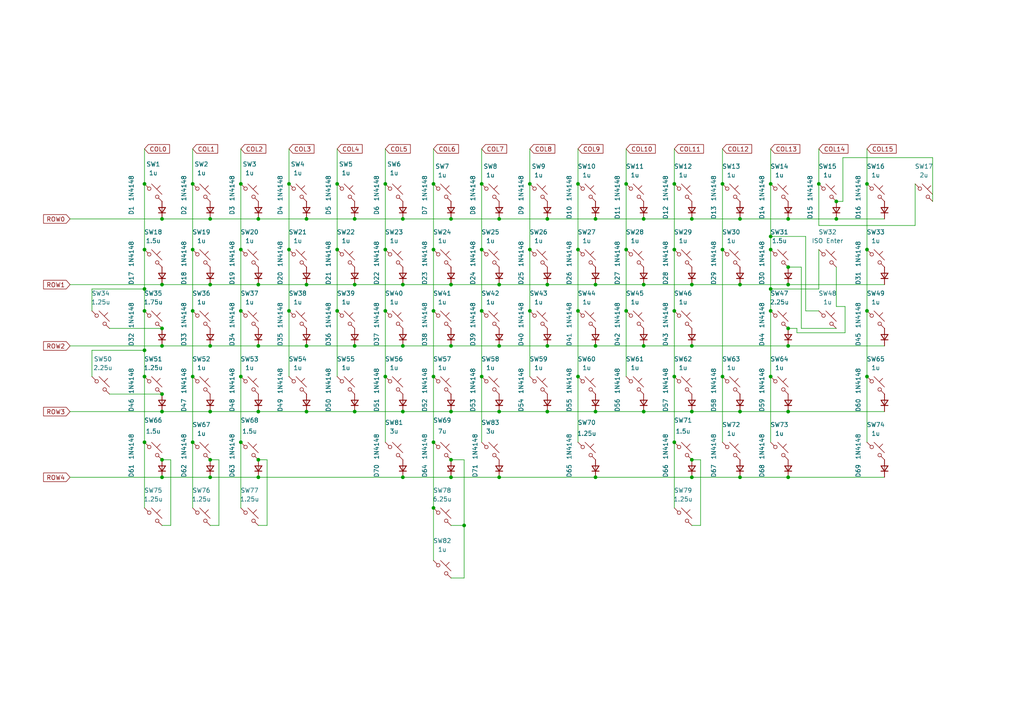
<source format=kicad_sch>
(kicad_sch (version 20211123) (generator eeschema)
  (paper "A4")
  (junction (at 55.88 128.27))
  (junction (at 153.67 53.34))
  (junction (at 69.85 109.22))
  (junction (at 223.52 90.17))
  (junction (at 130.81 133.35))
  (junction (at 144.78 119.38))
  (junction (at 125.73 72.39))
  (junction (at 251.46 109.22))
  (junction (at 139.7 109.22))
  (junction (at 74.93 119.38))
  (junction (at 55.88 53.34))
  (junction (at 209.55 53.34))
  (junction (at 41.91 53.34))
  (junction (at 195.58 109.22))
  (junction (at 46.99 119.38))
  (junction (at 172.72 82.55))
  (junction (at 200.66 138.43))
  (junction (at 130.81 63.5))
  (junction (at 153.67 90.17))
  (junction (at 144.78 100.33))
  (junction (at 41.91 109.22))
  (junction (at 214.63 138.43))
  (junction (at 228.6 119.38))
  (junction (at 200.66 100.33))
  (junction (at 181.61 90.17))
  (junction (at 200.66 63.5))
  (junction (at 195.58 90.17))
  (junction (at 228.6 82.55))
  (junction (at 46.99 138.43))
  (junction (at 172.72 63.5))
  (junction (at 69.85 72.39))
  (junction (at 60.96 119.38))
  (junction (at 251.46 53.34))
  (junction (at 46.99 133.35))
  (junction (at 111.76 72.39))
  (junction (at 46.99 63.5))
  (junction (at 41.91 90.17))
  (junction (at 144.78 82.55))
  (junction (at 74.93 133.35))
  (junction (at 181.61 53.34))
  (junction (at 195.58 128.27))
  (junction (at 144.78 63.5))
  (junction (at 88.9 100.33))
  (junction (at 139.7 90.17))
  (junction (at 69.85 53.34))
  (junction (at 214.63 82.55))
  (junction (at 46.99 100.33))
  (junction (at 172.72 138.43))
  (junction (at 74.93 138.43))
  (junction (at 223.52 53.34))
  (junction (at 214.63 63.5))
  (junction (at 55.88 109.22))
  (junction (at 228.6 100.33))
  (junction (at 228.6 63.5))
  (junction (at 195.58 53.34))
  (junction (at 83.82 53.34))
  (junction (at 97.79 53.34))
  (junction (at 130.81 82.55))
  (junction (at 116.84 119.38))
  (junction (at 223.52 72.39))
  (junction (at 167.64 72.39))
  (junction (at 83.82 90.17))
  (junction (at 251.46 72.39))
  (junction (at 130.81 100.33))
  (junction (at 55.88 72.39))
  (junction (at 46.99 95.25))
  (junction (at 102.87 63.5))
  (junction (at 55.88 90.17))
  (junction (at 195.58 72.39))
  (junction (at 214.63 119.38))
  (junction (at 69.85 90.17))
  (junction (at 74.93 82.55))
  (junction (at 60.96 63.5))
  (junction (at 200.66 82.55))
  (junction (at 88.9 119.38))
  (junction (at 172.72 100.33))
  (junction (at 102.87 100.33))
  (junction (at 223.52 83.82))
  (junction (at 228.6 95.25))
  (junction (at 74.93 100.33))
  (junction (at 130.81 119.38))
  (junction (at 46.99 82.55))
  (junction (at 167.64 53.34))
  (junction (at 223.52 68.58))
  (junction (at 116.84 63.5))
  (junction (at 228.6 77.47))
  (junction (at 130.81 138.43))
  (junction (at 144.78 138.43))
  (junction (at 158.75 119.38))
  (junction (at 186.69 82.55))
  (junction (at 111.76 109.22))
  (junction (at 41.91 72.39))
  (junction (at 116.84 100.33))
  (junction (at 88.9 63.5))
  (junction (at 83.82 72.39))
  (junction (at 209.55 109.22))
  (junction (at 116.84 82.55))
  (junction (at 186.69 63.5))
  (junction (at 223.52 109.22))
  (junction (at 186.69 119.38))
  (junction (at 158.75 63.5))
  (junction (at 242.57 58.42))
  (junction (at 125.73 128.27))
  (junction (at 102.87 119.38))
  (junction (at 125.73 53.34))
  (junction (at 172.72 119.38))
  (junction (at 181.61 72.39))
  (junction (at 116.84 138.43))
  (junction (at 139.7 72.39))
  (junction (at 60.96 138.43))
  (junction (at 125.73 90.17))
  (junction (at 209.55 72.39))
  (junction (at 41.91 128.27))
  (junction (at 139.7 53.34))
  (junction (at 200.66 133.35))
  (junction (at 125.73 109.22))
  (junction (at 41.91 101.6))
  (junction (at 46.99 114.3))
  (junction (at 111.76 90.17))
  (junction (at 41.91 83.82))
  (junction (at 228.6 138.43))
  (junction (at 242.57 63.5))
  (junction (at 69.85 128.27))
  (junction (at 200.66 119.38))
  (junction (at 158.75 100.33))
  (junction (at 158.75 82.55))
  (junction (at 125.73 147.32))
  (junction (at 186.69 100.33))
  (junction (at 60.96 133.35))
  (junction (at 74.93 63.5))
  (junction (at 251.46 90.17))
  (junction (at 237.49 53.34))
  (junction (at 97.79 90.17))
  (junction (at 153.67 72.39))
  (junction (at 88.9 82.55))
  (junction (at 102.87 82.55))
  (junction (at 60.96 82.55))
  (junction (at 111.76 53.34))
  (junction (at 97.79 72.39))
  (junction (at 134.62 152.4))
  (junction (at 167.64 90.17))
  (junction (at 60.96 100.33))
  (junction (at 167.64 109.22))
  (wire (pts (xy 60.96 138.43) (xy 74.93 138.43)))
  (wire (pts (xy 102.87 82.55) (xy 116.84 82.55)))
  (wire (pts (xy 203.2 152.4) (xy 203.2 133.35)))
  (wire (pts (xy 233.68 68.58) (xy 223.52 68.58)))
  (wire (pts (xy 41.91 101.6) (xy 41.91 109.22)))
  (wire (pts (xy 232.41 77.47) (xy 228.6 77.47)))
  (wire (pts (xy 46.99 138.43) (xy 60.96 138.43)))
  (wire (pts (xy 31.75 95.25) (xy 46.99 95.25)))
  (wire (pts (xy 41.91 90.17) (xy 41.91 101.6)))
  (wire (pts (xy 116.84 138.43) (xy 130.81 138.43)))
  (wire (pts (xy 55.88 53.34) (xy 55.88 72.39)))
  (wire (pts (xy 223.52 68.58) (xy 223.52 72.39)))
  (wire (pts (xy 26.67 109.22) (xy 26.67 101.6)))
  (wire (pts (xy 125.73 53.34) (xy 125.73 72.39)))
  (wire (pts (xy 172.72 100.33) (xy 186.69 100.33)))
  (wire (pts (xy 167.64 90.17) (xy 167.64 109.22)))
  (wire (pts (xy 209.55 43.18) (xy 209.55 53.34)))
  (wire (pts (xy 77.47 152.4) (xy 77.47 133.35)))
  (wire (pts (xy 46.99 82.55) (xy 60.96 82.55)))
  (wire (pts (xy 97.79 53.34) (xy 97.79 72.39)))
  (wire (pts (xy 41.91 43.18) (xy 41.91 53.34)))
  (wire (pts (xy 41.91 53.34) (xy 41.91 72.39)))
  (wire (pts (xy 139.7 43.18) (xy 139.7 53.34)))
  (wire (pts (xy 223.52 43.18) (xy 223.52 53.34)))
  (wire (pts (xy 102.87 119.38) (xy 116.84 119.38)))
  (wire (pts (xy 158.75 100.33) (xy 172.72 100.33)))
  (wire (pts (xy 69.85 72.39) (xy 69.85 90.17)))
  (wire (pts (xy 49.53 133.35) (xy 46.99 133.35)))
  (wire (pts (xy 69.85 53.34) (xy 69.85 72.39)))
  (wire (pts (xy 214.63 63.5) (xy 228.6 63.5)))
  (wire (pts (xy 74.93 100.33) (xy 88.9 100.33)))
  (wire (pts (xy 83.82 53.34) (xy 83.82 72.39)))
  (wire (pts (xy 237.49 53.34) (xy 237.49 65.405)))
  (wire (pts (xy 172.72 138.43) (xy 200.66 138.43)))
  (wire (pts (xy 139.7 109.22) (xy 139.7 128.27)))
  (wire (pts (xy 125.73 128.27) (xy 125.73 147.32)))
  (wire (pts (xy 228.6 138.43) (xy 256.54 138.43)))
  (wire (pts (xy 228.6 82.55) (xy 256.54 82.55)))
  (wire (pts (xy 195.58 72.39) (xy 195.58 90.17)))
  (wire (pts (xy 270.51 45.72) (xy 244.475 45.72)))
  (wire (pts (xy 74.93 119.38) (xy 88.9 119.38)))
  (wire (pts (xy 83.82 43.18) (xy 83.82 53.34)))
  (wire (pts (xy 209.55 109.22) (xy 209.55 128.27)))
  (wire (pts (xy 60.96 152.4) (xy 63.5 152.4)))
  (wire (pts (xy 172.72 82.55) (xy 186.69 82.55)))
  (wire (pts (xy 69.85 128.27) (xy 69.85 147.32)))
  (wire (pts (xy 200.66 100.33) (xy 228.6 100.33)))
  (wire (pts (xy 144.78 119.38) (xy 158.75 119.38)))
  (wire (pts (xy 88.9 63.5) (xy 102.87 63.5)))
  (wire (pts (xy 167.64 109.22) (xy 167.64 128.27)))
  (wire (pts (xy 46.99 152.4) (xy 49.53 152.4)))
  (wire (pts (xy 200.66 82.55) (xy 214.63 82.55)))
  (wire (pts (xy 167.64 72.39) (xy 167.64 90.17)))
  (wire (pts (xy 102.87 100.33) (xy 116.84 100.33)))
  (wire (pts (xy 63.5 152.4) (xy 63.5 133.35)))
  (wire (pts (xy 83.82 90.17) (xy 83.82 109.22)))
  (wire (pts (xy 172.72 119.38) (xy 186.69 119.38)))
  (wire (pts (xy 116.84 63.5) (xy 130.81 63.5)))
  (wire (pts (xy 172.72 63.5) (xy 186.69 63.5)))
  (wire (pts (xy 130.81 167.64) (xy 134.62 167.64)))
  (wire (pts (xy 209.55 53.34) (xy 209.55 72.39)))
  (wire (pts (xy 153.67 43.18) (xy 153.67 53.34)))
  (wire (pts (xy 139.7 53.34) (xy 139.7 72.39)))
  (wire (pts (xy 251.46 53.34) (xy 251.46 72.39)))
  (wire (pts (xy 125.73 43.18) (xy 125.73 53.34)))
  (wire (pts (xy 144.78 138.43) (xy 172.72 138.43)))
  (wire (pts (xy 139.7 90.17) (xy 139.7 109.22)))
  (wire (pts (xy 41.91 72.39) (xy 41.91 83.82)))
  (wire (pts (xy 186.69 82.55) (xy 200.66 82.55)))
  (wire (pts (xy 237.49 90.17) (xy 233.68 90.17)))
  (wire (pts (xy 233.68 68.58) (xy 233.68 90.17)))
  (wire (pts (xy 200.66 119.38) (xy 214.63 119.38)))
  (wire (pts (xy 46.99 100.33) (xy 60.96 100.33)))
  (wire (pts (xy 181.61 90.17) (xy 181.61 109.22)))
  (wire (pts (xy 251.46 72.39) (xy 251.46 90.17)))
  (wire (pts (xy 223.52 90.17) (xy 223.52 109.22)))
  (wire (pts (xy 209.55 72.39) (xy 209.55 109.22)))
  (wire (pts (xy 130.81 119.38) (xy 144.78 119.38)))
  (wire (pts (xy 144.78 82.55) (xy 158.75 82.55)))
  (wire (pts (xy 195.58 128.27) (xy 195.58 147.32)))
  (wire (pts (xy 116.84 119.38) (xy 130.81 119.38)))
  (wire (pts (xy 153.67 72.39) (xy 153.67 90.17)))
  (wire (pts (xy 195.58 53.34) (xy 195.58 72.39)))
  (wire (pts (xy 125.73 90.17) (xy 125.73 109.22)))
  (wire (pts (xy 181.61 72.39) (xy 181.61 90.17)))
  (wire (pts (xy 69.85 109.22) (xy 69.85 128.27)))
  (wire (pts (xy 26.67 101.6) (xy 41.91 101.6)))
  (wire (pts (xy 88.9 100.33) (xy 102.87 100.33)))
  (wire (pts (xy 46.99 119.38) (xy 60.96 119.38)))
  (wire (pts (xy 251.46 109.22) (xy 251.46 128.27)))
  (wire (pts (xy 181.61 43.18) (xy 181.61 53.34)))
  (wire (pts (xy 144.78 63.5) (xy 158.75 63.5)))
  (wire (pts (xy 130.81 63.5) (xy 144.78 63.5)))
  (wire (pts (xy 195.58 43.18) (xy 195.58 53.34)))
  (wire (pts (xy 181.61 53.34) (xy 181.61 72.39)))
  (wire (pts (xy 167.64 53.34) (xy 167.64 72.39)))
  (wire (pts (xy 134.62 133.35) (xy 130.81 133.35)))
  (wire (pts (xy 244.475 58.42) (xy 242.57 58.42)))
  (wire (pts (xy 158.75 82.55) (xy 172.72 82.55)))
  (wire (pts (xy 242.57 77.47) (xy 242.57 88.9)))
  (wire (pts (xy 111.76 72.39) (xy 111.76 90.17)))
  (wire (pts (xy 228.6 63.5) (xy 242.57 63.5)))
  (wire (pts (xy 167.64 43.18) (xy 167.64 53.34)))
  (wire (pts (xy 195.58 109.22) (xy 195.58 128.27)))
  (wire (pts (xy 60.96 100.33) (xy 74.93 100.33)))
  (wire (pts (xy 77.47 133.35) (xy 74.93 133.35)))
  (wire (pts (xy 125.73 147.32) (xy 125.73 162.56)))
  (wire (pts (xy 245.11 96.52) (xy 231.14 96.52)))
  (wire (pts (xy 130.81 152.4) (xy 134.62 152.4)))
  (wire (pts (xy 251.46 90.17) (xy 251.46 109.22)))
  (wire (pts (xy 83.82 72.39) (xy 83.82 90.17)))
  (wire (pts (xy 97.79 43.18) (xy 97.79 53.34)))
  (wire (pts (xy 125.73 72.39) (xy 125.73 90.17)))
  (wire (pts (xy 242.57 63.5) (xy 256.54 63.5)))
  (wire (pts (xy 20.32 82.55) (xy 46.99 82.55)))
  (wire (pts (xy 237.49 43.18) (xy 237.49 53.34)))
  (wire (pts (xy 55.88 72.39) (xy 55.88 90.17)))
  (wire (pts (xy 20.32 138.43) (xy 46.99 138.43)))
  (wire (pts (xy 186.69 63.5) (xy 200.66 63.5)))
  (wire (pts (xy 74.93 152.4) (xy 77.47 152.4)))
  (wire (pts (xy 144.78 100.33) (xy 158.75 100.33)))
  (wire (pts (xy 139.7 72.39) (xy 139.7 90.17)))
  (wire (pts (xy 46.99 63.5) (xy 60.96 63.5)))
  (wire (pts (xy 74.93 63.5) (xy 88.9 63.5)))
  (wire (pts (xy 20.32 100.33) (xy 46.99 100.33)))
  (wire (pts (xy 242.57 88.9) (xy 245.11 88.9)))
  (wire (pts (xy 265.43 65.405) (xy 265.43 53.34)))
  (wire (pts (xy 186.69 100.33) (xy 200.66 100.33)))
  (wire (pts (xy 116.84 100.33) (xy 130.81 100.33)))
  (wire (pts (xy 88.9 119.38) (xy 102.87 119.38)))
  (wire (pts (xy 153.67 90.17) (xy 153.67 109.22)))
  (wire (pts (xy 60.96 119.38) (xy 74.93 119.38)))
  (wire (pts (xy 69.85 43.18) (xy 69.85 53.34)))
  (wire (pts (xy 49.53 152.4) (xy 49.53 133.35)))
  (wire (pts (xy 270.51 45.72) (xy 270.51 58.42)))
  (wire (pts (xy 60.96 133.35) (xy 63.5 133.35)))
  (wire (pts (xy 223.52 109.22) (xy 223.52 128.27)))
  (wire (pts (xy 31.75 114.3) (xy 46.99 114.3)))
  (wire (pts (xy 55.88 128.27) (xy 55.88 147.32)))
  (wire (pts (xy 158.75 63.5) (xy 172.72 63.5)))
  (wire (pts (xy 88.9 82.55) (xy 102.87 82.55)))
  (wire (pts (xy 41.91 109.22) (xy 41.91 128.27)))
  (wire (pts (xy 134.62 167.64) (xy 134.62 152.4)))
  (wire (pts (xy 237.49 72.39) (xy 237.49 83.82)))
  (wire (pts (xy 228.6 100.33) (xy 256.54 100.33)))
  (wire (pts (xy 242.57 95.25) (xy 232.41 95.25)))
  (wire (pts (xy 60.96 63.5) (xy 74.93 63.5)))
  (wire (pts (xy 41.91 83.82) (xy 41.91 90.17)))
  (wire (pts (xy 55.88 43.18) (xy 55.88 53.34)))
  (wire (pts (xy 134.62 152.4) (xy 134.62 133.35)))
  (wire (pts (xy 20.32 63.5) (xy 46.99 63.5)))
  (wire (pts (xy 26.67 90.17) (xy 26.67 83.82)))
  (wire (pts (xy 116.84 82.55) (xy 130.81 82.55)))
  (wire (pts (xy 111.76 109.22) (xy 111.76 128.27)))
  (wire (pts (xy 214.63 119.38) (xy 228.6 119.38)))
  (wire (pts (xy 251.46 43.18) (xy 251.46 53.34)))
  (wire (pts (xy 74.93 82.55) (xy 88.9 82.55)))
  (wire (pts (xy 20.32 119.38) (xy 46.99 119.38)))
  (wire (pts (xy 244.475 45.72) (xy 244.475 58.42)))
  (wire (pts (xy 130.81 138.43) (xy 144.78 138.43)))
  (wire (pts (xy 195.58 90.17) (xy 195.58 109.22)))
  (wire (pts (xy 245.11 88.9) (xy 245.11 96.52)))
  (wire (pts (xy 223.52 83.82) (xy 223.52 90.17)))
  (wire (pts (xy 223.52 72.39) (xy 223.52 83.82)))
  (wire (pts (xy 125.73 109.22) (xy 125.73 128.27)))
  (wire (pts (xy 232.41 77.47) (xy 232.41 95.25)))
  (wire (pts (xy 60.96 82.55) (xy 74.93 82.55)))
  (wire (pts (xy 74.93 138.43) (xy 116.84 138.43)))
  (wire (pts (xy 237.49 83.82) (xy 223.52 83.82)))
  (wire (pts (xy 111.76 43.18) (xy 111.76 53.34)))
  (wire (pts (xy 130.81 82.55) (xy 144.78 82.55)))
  (wire (pts (xy 231.14 95.25) (xy 228.6 95.25)))
  (wire (pts (xy 203.2 133.35) (xy 200.66 133.35)))
  (wire (pts (xy 200.66 138.43) (xy 214.63 138.43)))
  (wire (pts (xy 231.14 96.52) (xy 231.14 95.25)))
  (wire (pts (xy 26.67 83.82) (xy 41.91 83.82)))
  (wire (pts (xy 200.66 152.4) (xy 203.2 152.4)))
  (wire (pts (xy 223.52 53.34) (xy 223.52 68.58)))
  (wire (pts (xy 97.79 72.39) (xy 97.79 90.17)))
  (wire (pts (xy 41.91 128.27) (xy 41.91 147.32)))
  (wire (pts (xy 55.88 109.22) (xy 55.88 128.27)))
  (wire (pts (xy 237.49 65.405) (xy 265.43 65.405)))
  (wire (pts (xy 111.76 90.17) (xy 111.76 109.22)))
  (wire (pts (xy 214.63 138.43) (xy 228.6 138.43)))
  (wire (pts (xy 97.79 90.17) (xy 97.79 109.22)))
  (wire (pts (xy 55.88 90.17) (xy 55.88 109.22)))
  (wire (pts (xy 158.75 119.38) (xy 172.72 119.38)))
  (wire (pts (xy 111.76 53.34) (xy 111.76 72.39)))
  (wire (pts (xy 69.85 90.17) (xy 69.85 109.22)))
  (wire (pts (xy 153.67 53.34) (xy 153.67 72.39)))
  (wire (pts (xy 200.66 63.5) (xy 214.63 63.5)))
  (wire (pts (xy 130.81 100.33) (xy 144.78 100.33)))
  (wire (pts (xy 228.6 119.38) (xy 256.54 119.38)))
  (wire (pts (xy 214.63 82.55) (xy 228.6 82.55)))
  (wire (pts (xy 186.69 119.38) (xy 200.66 119.38)))
  (wire (pts (xy 102.87 63.5) (xy 116.84 63.5)))
  (global_label "COL6" (shape input) (at 125.73 43.18 0) (property "Intersheet References" "${INTERSHEET_REFS}" (effects hide)))
  (global_label "COL3" (shape input) (at 83.82 43.18 0) (property "Intersheet References" "${INTERSHEET_REFS}" (effects hide)))
  (global_label "ROW0" (shape input) (at 20.32 63.5 180) (property "Intersheet References" "${INTERSHEET_REFS}" (effects hide)))
  (global_label "ROW3" (shape input) (at 20.32 119.38 180) (property "Intersheet References" "${INTERSHEET_REFS}" (effects hide)))
  (global_label "ROW2" (shape input) (at 20.32 100.33 180) (property "Intersheet References" "${INTERSHEET_REFS}" (effects hide)))
  (global_label "COL15" (shape input) (at 251.46 43.18 0) (property "Intersheet References" "${INTERSHEET_REFS}" (effects hide)))
  (global_label "COL1" (shape input) (at 55.88 43.18 0) (property "Intersheet References" "${INTERSHEET_REFS}" (effects hide)))
  (global_label "COL2" (shape input) (at 69.85 43.18 0) (property "Intersheet References" "${INTERSHEET_REFS}" (effects hide)))
  (global_label "COL8" (shape input) (at 153.67 43.18 0) (property "Intersheet References" "${INTERSHEET_REFS}" (effects hide)))
  (global_label "COL0" (shape input) (at 41.91 43.18 0) (property "Intersheet References" "${INTERSHEET_REFS}" (effects hide)))
  (global_label "COL12" (shape input) (at 209.55 43.18 0) (property "Intersheet References" "${INTERSHEET_REFS}" (effects hide)))
  (global_label "ROW4" (shape input) (at 20.32 138.43 180) (property "Intersheet References" "${INTERSHEET_REFS}" (effects hide)))
  (global_label "COL10" (shape input) (at 181.61 43.18 0) (property "Intersheet References" "${INTERSHEET_REFS}" (effects hide)))
  (global_label "COL4" (shape input) (at 97.79 43.18 0) (property "Intersheet References" "${INTERSHEET_REFS}" (effects hide)))
  (global_label "COL7" (shape input) (at 139.7 43.18 0) (property "Intersheet References" "${INTERSHEET_REFS}" (effects hide)))
  (global_label "COL9" (shape input) (at 167.64 43.18 0) (property "Intersheet References" "${INTERSHEET_REFS}" (effects hide)))
  (global_label "COL13" (shape input) (at 223.52 43.18 0) (property "Intersheet References" "${INTERSHEET_REFS}" (effects hide)))
  (global_label "ROW1" (shape input) (at 20.32 82.55 180) (property "Intersheet References" "${INTERSHEET_REFS}" (effects hide)))
  (global_label "COL5" (shape input) (at 111.76 43.18 0) (property "Intersheet References" "${INTERSHEET_REFS}" (effects hide)))
  (global_label "COL11" (shape input) (at 195.58 43.18 0) (property "Intersheet References" "${INTERSHEET_REFS}" (effects hide)))
  (global_label "COL14" (shape input) (at 237.49 43.18 0) (property "Intersheet References" "${INTERSHEET_REFS}" (effects hide)))
  (symbol (lib_id "marbastlib-mx:MX_SW_solder") (at 100.33 74.93 0) (unit 1)
    (property "Reference" "SW22" (at 100.33 67.31 0))
    (property "Value" "1u" (at 100.33 69.85 0))
    (property "Footprint" "marbastlib-mx:SW_MX_1u" (effects hide))
  )
  (symbol (lib_id "Device:D_Small") (at 214.63 60.96 90) (unit 1)
    (property "Reference" "D13" (at 207.01 59.69 0) (effects (justify right)))
    (property "Value" "1N4148" (at 207.01 50.8 0) (effects (justify right)))
    (property "Footprint" "Diode_SMD:D_SOD-123" (effects hide))
  )
  (symbol (lib_id "Device:D_Small") (at 88.9 60.96 90) (unit 1)
    (property "Reference" "D4" (at 81.28 59.69 0) (effects (justify right)))
    (property "Value" "1N4148" (at 81.28 50.8 0) (effects (justify right)))
    (property "Footprint" "Diode_SMD:D_SOD-123" (effects hide))
  )
  (symbol (lib_id "Device:D_Small") (at 46.99 135.89 90) (unit 1)
    (property "Reference" "D61" (at 38.1 134.62 0) (effects (justify right)))
    (property "Value" "1N4148" (at 38.1 125.73 0) (effects (justify right)))
    (property "Footprint" "Diode_SMD:D_SOD-123" (effects hide))
  )
  (symbol (lib_id "marbastlib-mx:MX_SW_solder") (at 156.21 92.71 0) (unit 1)
    (property "Reference" "SW43" (at 156.21 85.09 0))
    (property "Value" "1u" (at 156.21 87.63 0))
    (property "Footprint" "marbastlib-mx:SW_MX_1u" (effects hide))
  )
  (symbol (lib_id "marbastlib-mx:MX_SW_solder") (at 170.18 74.93 0) (unit 1)
    (property "Reference" "SW27" (at 170.18 67.31 0))
    (property "Value" "1u" (at 170.18 69.85 0))
    (property "Footprint" "marbastlib-mx:SW_MX_1u" (effects hide))
  )
  (symbol (lib_id "marbastlib-mx:MX_SW_solder") (at 128.27 130.81 0) (unit 1)
    (property "Reference" "SW69" (at 128.27 121.92 0))
    (property "Value" "7u" (at 128.27 125.095 0))
    (property "Footprint" "marbastlib-mx:SW_MX_1u" (effects hide))
  )
  (symbol (lib_id "marbastlib-mx:MX_SW_solder") (at 226.06 92.71 0) (unit 1)
    (property "Reference" "SW47" (at 226.06 85.09 0))
    (property "Value" "2.25u" (at 226.06 87.63 0))
    (property "Footprint" "marbastlib-mx:SW_MX_1u" (effects hide))
  )
  (symbol (lib_id "Device:D_Small") (at 74.93 80.01 90) (unit 1)
    (property "Reference" "D19" (at 67.31 78.74 0) (effects (justify right)))
    (property "Value" "1N4148" (at 67.3101 69.85 0) (effects (justify right)))
    (property "Footprint" "Diode_SMD:D_SOD-123" (effects hide))
  )
  (symbol (lib_id "marbastlib-mx:MX_SW_solder") (at 254 55.88 0) (unit 1)
    (property "Reference" "SW16" (at 254 48.26 0))
    (property "Value" "1u" (at 254 50.8 0))
    (property "Footprint" "marbastlib-mx:SW_MX_1u" (effects hide))
  )
  (symbol (lib_id "Device:D_Small") (at 60.96 135.89 90) (unit 1)
    (property "Reference" "D62" (at 53.34 134.62 0) (effects (justify right)))
    (property "Value" "1N4148" (at 53.34 125.73 0) (effects (justify right)))
    (property "Footprint" "Diode_SMD:D_SOD-123" (effects hide))
  )
  (symbol (lib_id "Device:D_Small") (at 200.66 116.84 90) (unit 1)
    (property "Reference" "D57" (at 193.04 115.57 0) (effects (justify right)))
    (property "Value" "1N4148" (at 193.04 106.68 0) (effects (justify right)))
    (property "Footprint" "Diode_SMD:D_SOD-123" (effects hide))
  )
  (symbol (lib_id "Device:D_Small") (at 256.54 60.96 90) (unit 1)
    (property "Reference" "D16" (at 248.92 59.69 0) (effects (justify right)))
    (property "Value" "1N4148" (at 248.92 50.8 0) (effects (justify right)))
    (property "Footprint" "Diode_SMD:D_SOD-123" (effects hide))
  )
  (symbol (lib_id "marbastlib-mx:MX_SW_solder") (at 212.09 55.88 0) (unit 1)
    (property "Reference" "SW13" (at 212.09 48.26 0))
    (property "Value" "1u" (at 212.09 50.8 0))
    (property "Footprint" "marbastlib-mx:SW_MX_1u" (effects hide))
  )
  (symbol (lib_id "marbastlib-mx:MX_SW_solder") (at 44.45 74.93 0) (unit 1)
    (property "Reference" "SW18" (at 44.45 67.31 0))
    (property "Value" "1.5u" (at 44.45 69.85 0))
    (property "Footprint" "marbastlib-mx:SW_MX_1u" (effects hide))
  )
  (symbol (lib_id "Device:D_Small") (at 130.81 80.01 90) (unit 1)
    (property "Reference" "D23" (at 123.19 78.74 0) (effects (justify right)))
    (property "Value" "1N4148" (at 123.19 69.85 0) (effects (justify right)))
    (property "Footprint" "Diode_SMD:D_SOD-123" (effects hide))
  )
  (symbol (lib_id "marbastlib-mx:MX_SW_solder") (at 86.36 111.76 0) (unit 1)
    (property "Reference" "SW54" (at 86.36 104.14 0))
    (property "Value" "1u" (at 86.36 106.68 0))
    (property "Footprint" "marbastlib-mx:SW_MX_1u" (effects hide))
  )
  (symbol (lib_id "marbastlib-mx:MX_SW_solder") (at 184.15 55.88 0) (unit 1)
    (property "Reference" "SW11" (at 184.15 48.26 0))
    (property "Value" "1u" (at 184.15 50.8 0))
    (property "Footprint" "marbastlib-mx:SW_MX_1u" (effects hide))
  )
  (symbol (lib_id "marbastlib-mx:MX_SW_solder") (at 254 130.81 0) (unit 1)
    (property "Reference" "SW74" (at 254 123.19 0))
    (property "Value" "1u" (at 254 125.73 0))
    (property "Footprint" "marbastlib-mx:SW_MX_1u" (effects hide))
  )
  (symbol (lib_id "marbastlib-mx:MX_SW_solder") (at 114.3 130.81 0) (unit 1)
    (property "Reference" "SW81" (at 114.3 122.555 0))
    (property "Value" "3u" (at 114.3 125.095 0))
    (property "Footprint" "marbastlib-mx:SW_MX_1u" (effects hide))
  )
  (symbol (lib_id "marbastlib-mx:MX_SW_solder") (at 128.27 165.1 0) (unit 1)
    (property "Reference" "SW82" (at 128.27 156.845 0))
    (property "Value" "1u" (at 128.27 159.385 0))
    (property "Footprint" "marbastlib-mx:SW_MX_1u" (effects hide))
  )
  (symbol (lib_id "marbastlib-mx:MX_SW_solder") (at 100.33 55.88 0) (unit 1)
    (property "Reference" "SW5" (at 100.33 47.625 0))
    (property "Value" "1u" (at 100.33 50.165 0))
    (property "Footprint" "marbastlib-mx:SW_MX_1u" (effects hide))
  )
  (symbol (lib_id "marbastlib-mx:MX_SW_solder") (at 86.36 74.93 0) (unit 1)
    (property "Reference" "SW21" (at 86.36 67.31 0))
    (property "Value" "1u" (at 86.36 69.85 0))
    (property "Footprint" "marbastlib-mx:SW_MX_1u" (effects hide))
  )
  (symbol (lib_id "marbastlib-mx:MX_SW_solder") (at 184.15 111.76 0) (unit 1)
    (property "Reference" "SW61" (at 184.15 104.14 0))
    (property "Value" "1u" (at 184.15 106.68 0))
    (property "Footprint" "marbastlib-mx:SW_MX_1u" (effects hide))
  )
  (symbol (lib_id "marbastlib-mx:MX_SW_solder") (at 44.45 149.86 0) (unit 1)
    (property "Reference" "SW75" (at 44.45 142.24 0))
    (property "Value" "1.25u" (at 44.45 144.78 0))
    (property "Footprint" "marbastlib-mx:SW_MX_1u" (effects hide))
  )
  (symbol (lib_id "Device:D_Small") (at 158.75 60.96 90) (unit 1)
    (property "Reference" "D9" (at 151.13 59.69 0) (effects (justify right)))
    (property "Value" "1N4148" (at 151.13 50.8 0) (effects (justify right)))
    (property "Footprint" "Diode_SMD:D_SOD-123" (effects hide))
  )
  (symbol (lib_id "Device:D_Small") (at 200.66 80.01 90) (unit 1)
    (property "Reference" "D28" (at 193.04 78.74 0) (effects (justify right)))
    (property "Value" "1N4148" (at 193.04 69.85 0) (effects (justify right)))
    (property "Footprint" "Diode_SMD:D_SOD-123" (effects hide))
  )
  (symbol (lib_id "marbastlib-mx:MX_SW_solder") (at 254 74.93 0) (unit 1)
    (property "Reference" "SW33" (at 254 67.31 0))
    (property "Value" "1u" (at 254 69.85 0))
    (property "Footprint" "marbastlib-mx:SW_MX_1u" (effects hide))
  )
  (symbol (lib_id "marbastlib-mx:MX_SW_solder") (at 58.42 130.81 0) (unit 1)
    (property "Reference" "SW67" (at 58.42 123.19 0))
    (property "Value" "1u" (at 58.42 125.73 0))
    (property "Footprint" "marbastlib-mx:SW_MX_1u" (effects hide))
  )
  (symbol (lib_id "marbastlib-mx:MX_SW_solder") (at 198.12 74.93 0) (unit 1)
    (property "Reference" "SW29" (at 198.12 67.31 0))
    (property "Value" "1u" (at 198.12 69.85 0))
    (property "Footprint" "marbastlib-mx:SW_MX_1u" (effects hide))
  )
  (symbol (lib_id "marbastlib-mx:MX_SW_solder") (at 114.3 92.71 0) (unit 1)
    (property "Reference" "SW40" (at 114.3 85.09 0))
    (property "Value" "1u" (at 114.3 87.63 0))
    (property "Footprint" "marbastlib-mx:SW_MX_1u" (effects hide))
  )
  (symbol (lib_id "Device:D_Small") (at 60.96 116.84 90) (unit 1)
    (property "Reference" "D47" (at 53.34 115.57 0) (effects (justify right)))
    (property "Value" "1N4148" (at 53.34 106.68 0) (effects (justify right)))
    (property "Footprint" "Diode_SMD:D_SOD-123" (effects hide))
  )
  (symbol (lib_id "marbastlib-mx:MX_SW_solder") (at 44.45 92.71 0) (unit 1)
    (property "Reference" "SW35" (at 44.45 85.09 0))
    (property "Value" "1.75u" (at 44.45 87.63 0))
    (property "Footprint" "marbastlib-mx:SW_MX_1u" (effects hide))
  )
  (symbol (lib_id "Device:D_Small") (at 214.63 116.84 90) (unit 1)
    (property "Reference" "D58" (at 207.01 115.57 0) (effects (justify right)))
    (property "Value" "1N4148" (at 207.01 106.68 0) (effects (justify right)))
    (property "Footprint" "Diode_SMD:D_SOD-123" (effects hide))
  )
  (symbol (lib_id "Device:D_Small") (at 256.54 80.01 90) (unit 1)
    (property "Reference" "D31" (at 248.92 78.74 0) (effects (justify right)))
    (property "Value" "1N4148" (at 248.92 69.85 0) (effects (justify right)))
    (property "Footprint" "Diode_SMD:D_SOD-123" (effects hide))
  )
  (symbol (lib_id "Device:D_Small") (at 88.9 116.84 90) (unit 1)
    (property "Reference" "D49" (at 81.28 115.57 0) (effects (justify right)))
    (property "Value" "1N4148" (at 81.28 106.68 0) (effects (justify right)))
    (property "Footprint" "Diode_SMD:D_SOD-123" (effects hide))
  )
  (symbol (lib_id "marbastlib-mx:MX_SW_solder") (at 226.06 130.81 0) (unit 1)
    (property "Reference" "SW73" (at 226.06 123.19 0))
    (property "Value" "1u" (at 226.06 125.73 0))
    (property "Footprint" "marbastlib-mx:SW_MX_1u" (effects hide))
  )
  (symbol (lib_id "marbastlib-mx:MX_SW_solder") (at 184.15 92.71 0) (unit 1)
    (property "Reference" "SW45" (at 184.15 85.09 0))
    (property "Value" "1u" (at 184.15 87.63 0))
    (property "Footprint" "marbastlib-mx:SW_MX_1u" (effects hide))
  )
  (symbol (lib_id "Device:D_Small") (at 172.72 80.01 90) (unit 1)
    (property "Reference" "D26" (at 165.1 78.74 0) (effects (justify right)))
    (property "Value" "1N4148" (at 165.1 69.85 0) (effects (justify right)))
    (property "Footprint" "Diode_SMD:D_SOD-123" (effects hide))
  )
  (symbol (lib_id "marbastlib-mx:MX_SW_solder") (at 240.03 55.88 0) (unit 1)
    (property "Reference" "SW15" (at 240.03 48.26 0))
    (property "Value" "1u" (at 240.03 50.8 0))
    (property "Footprint" "marbastlib-mx:SW_MX_1u" (effects hide))
  )
  (symbol (lib_id "Device:D_Small") (at 228.6 60.96 90) (unit 1)
    (property "Reference" "D14" (at 220.98 59.69 0) (effects (justify right)))
    (property "Value" "1N4148" (at 220.98 50.8 0) (effects (justify right)))
    (property "Footprint" "Diode_SMD:D_SOD-123" (effects hide))
  )
  (symbol (lib_id "marbastlib-mx:MX_SW_solder") (at 29.21 111.76 0) (unit 1)
    (property "Reference" "SW50" (at 29.845 104.14 0))
    (property "Value" "2.25u" (at 29.845 106.68 0))
    (property "Footprint" "marbastlib-mx:SW_MX_1u" (effects hide))
  )
  (symbol (lib_id "marbastlib-mx:MX_SW_solder") (at 44.45 130.81 0) (unit 1)
    (property "Reference" "SW66" (at 44.45 121.92 0))
    (property "Value" "1.5u" (at 44.45 125.095 0))
    (property "Footprint" "marbastlib-mx:SW_MX_1u" (effects hide))
  )
  (symbol (lib_id "marbastlib-mx:MX_SW_solder") (at 198.12 111.76 0) (unit 1)
    (property "Reference" "SW62" (at 198.12 104.14 0))
    (property "Value" "1u" (at 198.12 106.68 0))
    (property "Footprint" "marbastlib-mx:SW_MX_1u" (effects hide))
  )
  (symbol (lib_id "marbastlib-mx:MX_SW_solder") (at 72.39 74.93 0) (unit 1)
    (property "Reference" "SW20" (at 72.39 67.31 0))
    (property "Value" "1u" (at 72.39 69.85 0))
    (property "Footprint" "marbastlib-mx:SW_MX_1u" (effects hide))
  )
  (symbol (lib_id "Device:D_Small") (at 88.9 97.79 90) (unit 1)
    (property "Reference" "D35" (at 81.28 96.52 0) (effects (justify right)))
    (property "Value" "1N4148" (at 81.28 87.63 0) (effects (justify right)))
    (property "Footprint" "Diode_SMD:D_SOD-123" (effects hide))
  )
  (symbol (lib_id "Device:D_Small") (at 74.93 135.89 90) (unit 1)
    (property "Reference" "D63" (at 67.31 134.62 0) (effects (justify right)))
    (property "Value" "1N4148" (at 67.3101 125.73 0) (effects (justify right)))
    (property "Footprint" "Diode_SMD:D_SOD-123" (effects hide))
  )
  (symbol (lib_id "marbastlib-mx:MX_SW_solder") (at 72.39 149.86 0) (unit 1)
    (property "Reference" "SW77" (at 72.39 142.24 0))
    (property "Value" "1.25u" (at 72.39 144.78 0))
    (property "Footprint" "marbastlib-mx:SW_MX_1u" (effects hide))
  )
  (symbol (lib_id "marbastlib-mx:MX_SW_solder") (at 226.06 74.93 0) (unit 1)
    (property "Reference" "SW31" (at 226.06 67.31 0))
    (property "Value" "1.5u" (at 226.06 69.85 0))
    (property "Footprint" "marbastlib-mx:SW_MX_1u" (effects hide))
  )
  (symbol (lib_id "marbastlib-mx:MX_SW_solder") (at 170.18 111.76 0) (unit 1)
    (property "Reference" "SW60" (at 170.18 104.14 0))
    (property "Value" "1u" (at 170.18 106.68 0))
    (property "Footprint" "marbastlib-mx:SW_MX_1u" (effects hide))
  )
  (symbol (lib_id "marbastlib-mx:MX_SW_solder") (at 128.27 111.76 0) (unit 1)
    (property "Reference" "SW57" (at 128.27 104.14 0))
    (property "Value" "1u" (at 128.27 106.68 0))
    (property "Footprint" "marbastlib-mx:SW_MX_1u" (effects hide))
  )
  (symbol (lib_id "Device:D_Small") (at 60.96 80.01 90) (unit 1)
    (property "Reference" "D18" (at 53.34 78.74 0) (effects (justify right)))
    (property "Value" "1N4148" (at 53.34 69.85 0) (effects (justify right)))
    (property "Footprint" "Diode_SMD:D_SOD-123" (effects hide))
  )
  (symbol (lib_id "marbastlib-mx:MX_SW_solder") (at 156.21 55.88 0) (unit 1)
    (property "Reference" "SW9" (at 156.21 48.26 0))
    (property "Value" "1u" (at 156.21 50.8 0))
    (property "Footprint" "marbastlib-mx:SW_MX_1u" (effects hide))
  )
  (symbol (lib_id "Device:D_Small") (at 116.84 135.89 90) (unit 1)
    (property "Reference" "D70" (at 109.22 134.62 0) (effects (justify right)))
    (property "Value" "1N4148" (at 109.22 125.73 0) (effects (justify right)))
    (property "Footprint" "Diode_SMD:D_SOD-123" (effects hide))
  )
  (symbol (lib_id "marbastlib-mx:MX_SW_solder") (at 86.36 55.88 0) (unit 1)
    (property "Reference" "SW4" (at 86.36 47.625 0))
    (property "Value" "1u" (at 86.36 50.165 0))
    (property "Footprint" "marbastlib-mx:SW_MX_1u" (effects hide))
  )
  (symbol (lib_id "marbastlib-mx:MX_SW_solder") (at 142.24 55.88 0) (unit 1)
    (property "Reference" "SW8" (at 142.24 48.26 0))
    (property "Value" "1u" (at 142.24 50.8 0))
    (property "Footprint" "marbastlib-mx:SW_MX_1u" (effects hide))
  )
  (symbol (lib_id "marbastlib-mx:MX_SW_solder") (at 142.24 92.71 0) (unit 1)
    (property "Reference" "SW42" (at 142.24 85.09 0))
    (property "Value" "1u" (at 142.24 87.63 0))
    (property "Footprint" "marbastlib-mx:SW_MX_1u" (effects hide))
  )
  (symbol (lib_id "Device:D_Small") (at 186.69 116.84 90) (unit 1)
    (property "Reference" "D56" (at 179.07 115.57 0) (effects (justify right)))
    (property "Value" "1N4148" (at 179.07 106.68 0) (effects (justify right)))
    (property "Footprint" "Diode_SMD:D_SOD-123" (effects hide))
  )
  (symbol (lib_id "Device:D_Small") (at 130.81 97.79 90) (unit 1)
    (property "Reference" "D38" (at 123.19 96.52 0) (effects (justify right)))
    (property "Value" "1N4148" (at 123.19 87.63 0) (effects (justify right)))
    (property "Footprint" "Diode_SMD:D_SOD-123" (effects hide))
  )
  (symbol (lib_id "Device:D_Small") (at 74.93 97.79 90) (unit 1)
    (property "Reference" "D34" (at 67.31 96.52 0) (effects (justify right)))
    (property "Value" "1N4148" (at 67.3101 87.63 0) (effects (justify right)))
    (property "Footprint" "Diode_SMD:D_SOD-123" (effects hide))
  )
  (symbol (lib_id "Device:D_Small") (at 144.78 60.96 90) (unit 1)
    (property "Reference" "D8" (at 137.16 59.69 0) (effects (justify right)))
    (property "Value" "1N4148" (at 137.16 50.8 0) (effects (justify right)))
    (property "Footprint" "Diode_SMD:D_SOD-123" (effects hide))
  )
  (symbol (lib_id "Device:D_Small") (at 74.93 60.96 90) (unit 1)
    (property "Reference" "D3" (at 67.31 59.69 0) (effects (justify right)))
    (property "Value" "1N4148" (at 67.3101 50.8 0) (effects (justify right)))
    (property "Footprint" "Diode_SMD:D_SOD-123" (effects hide))
  )
  (symbol (lib_id "Device:D_Small") (at 130.81 135.89 90) (unit 1)
    (property "Reference" "D64" (at 123.19 134.62 0) (effects (justify right)))
    (property "Value" "1N4148" (at 123.19 125.73 0) (effects (justify right)))
    (property "Footprint" "Diode_SMD:D_SOD-123" (effects hide))
  )
  (symbol (lib_id "Device:D_Small") (at 102.87 60.96 90) (unit 1)
    (property "Reference" "D5" (at 95.25 59.69 0) (effects (justify right)))
    (property "Value" "1N4148" (at 95.25 50.8 0) (effects (justify right)))
    (property "Footprint" "Diode_SMD:D_SOD-123" (effects hide))
  )
  (symbol (lib_id "marbastlib-mx:MX_SW_solder") (at 100.33 111.76 0) (unit 1)
    (property "Reference" "SW55" (at 100.33 104.14 0))
    (property "Value" "1u" (at 100.33 106.68 0))
    (property "Footprint" "marbastlib-mx:SW_MX_1u" (effects hide))
  )
  (symbol (lib_id "Device:D_Small") (at 102.87 80.01 90) (unit 1)
    (property "Reference" "D21" (at 95.25 78.74 0) (effects (justify right)))
    (property "Value" "1N4148" (at 95.25 69.85 0) (effects (justify right)))
    (property "Footprint" "Diode_SMD:D_SOD-123" (effects hide))
  )
  (symbol (lib_id "Device:D_Small") (at 172.72 135.89 90) (unit 1)
    (property "Reference" "D65" (at 165.1 134.62 0) (effects (justify right)))
    (property "Value" "1N4148" (at 165.1 125.73 0) (effects (justify right)))
    (property "Footprint" "Diode_SMD:D_SOD-123" (effects hide))
  )
  (symbol (lib_id "Device:D_Small") (at 46.99 60.96 90) (unit 1)
    (property "Reference" "D1" (at 38.1 59.69 0) (effects (justify right)))
    (property "Value" "1N4148" (at 38.1 50.8 0) (effects (justify right)))
    (property "Footprint" "Diode_SMD:D_SOD-123" (effects hide))
  )
  (symbol (lib_id "marbastlib-mx:MX_SW_solder") (at 58.42 92.71 0) (unit 1)
    (property "Reference" "SW36" (at 58.42 85.09 0))
    (property "Value" "1u" (at 58.42 87.63 0))
    (property "Footprint" "marbastlib-mx:SW_MX_1u" (effects hide))
  )
  (symbol (lib_id "Device:D_Small") (at 172.72 60.96 90) (unit 1)
    (property "Reference" "D10" (at 165.1 59.69 0) (effects (justify right)))
    (property "Value" "1N4148" (at 165.1 50.8 0) (effects (justify right)))
    (property "Footprint" "Diode_SMD:D_SOD-123" (effects hide))
  )
  (symbol (lib_id "Device:D_Small") (at 116.84 80.01 90) (unit 1)
    (property "Reference" "D22" (at 109.22 78.74 0) (effects (justify right)))
    (property "Value" "1N4148" (at 109.22 69.85 0) (effects (justify right)))
    (property "Footprint" "Diode_SMD:D_SOD-123" (effects hide))
  )
  (symbol (lib_id "Device:D_Small") (at 228.6 97.79 90) (unit 1)
    (property "Reference" "D44" (at 220.98 96.52 0) (effects (justify right)))
    (property "Value" "1N4148" (at 220.98 87.63 0) (effects (justify right)))
    (property "Footprint" "Diode_SMD:D_SOD-123" (effects hide))
  )
  (symbol (lib_id "Device:D_Small") (at 200.66 97.79 90) (unit 1)
    (property "Reference" "D43" (at 193.04 96.52 0) (effects (justify right)))
    (property "Value" "1N4148" (at 193.04 87.63 0) (effects (justify right)))
    (property "Footprint" "Diode_SMD:D_SOD-123" (effects hide))
  )
  (symbol (lib_id "marbastlib-mx:MX_SW_solder") (at 86.36 92.71 0) (unit 1)
    (property "Reference" "SW38" (at 86.36 85.09 0))
    (property "Value" "1u" (at 86.36 87.63 0))
    (property "Footprint" "marbastlib-mx:SW_MX_1u" (effects hide))
  )
  (symbol (lib_id "marbastlib-mx:MX_SW_solder") (at 100.33 92.71 0) (unit 1)
    (property "Reference" "SW39" (at 100.33 85.09 0))
    (property "Value" "1u" (at 100.33 87.63 0))
    (property "Footprint" "marbastlib-mx:SW_MX_1u" (effects hide))
  )
  (symbol (lib_id "marbastlib-mx:MX_SW_solder") (at 44.45 111.76 0) (unit 1)
    (property "Reference" "SW51" (at 44.45 104.14 0))
    (property "Value" "1.25u" (at 44.45 106.68 0))
    (property "Footprint" "marbastlib-mx:SW_MX_1u" (effects hide))
  )
  (symbol (lib_id "Device:D_Small") (at 144.78 116.84 90) (unit 1)
    (property "Reference" "D53" (at 137.16 115.57 0) (effects (justify right)))
    (property "Value" "1N4148" (at 137.16 106.68 0) (effects (justify right)))
    (property "Footprint" "Diode_SMD:D_SOD-123" (effects hide))
  )
  (symbol (lib_id "Device:D_Small") (at 102.87 116.84 90) (unit 1)
    (property "Reference" "D50" (at 95.25 115.57 0) (effects (justify right)))
    (property "Value" "1N4148" (at 95.25 106.68 0) (effects (justify right)))
    (property "Footprint" "Diode_SMD:D_SOD-123" (effects hide))
  )
  (symbol (lib_id "Device:D_Small") (at 60.96 97.79 90) (unit 1)
    (property "Reference" "D33" (at 53.34 96.52 0) (effects (justify right)))
    (property "Value" "1N4148" (at 53.34 87.63 0) (effects (justify right)))
    (property "Footprint" "Diode_SMD:D_SOD-123" (effects hide))
  )
  (symbol (lib_id "marbastlib-mx:MX_SW_solder") (at 142.24 74.93 0) (unit 1)
    (property "Reference" "SW25" (at 142.24 67.31 0))
    (property "Value" "1u" (at 142.24 69.85 0))
    (property "Footprint" "marbastlib-mx:SW_MX_1u" (effects hide))
  )
  (symbol (lib_id "marbastlib-mx:MX_SW_solder") (at 198.12 92.71 0) (unit 1)
    (property "Reference" "SW46" (at 198.12 85.09 0))
    (property "Value" "1u" (at 198.12 87.63 0))
    (property "Footprint" "marbastlib-mx:SW_MX_1u" (effects hide))
  )
  (symbol (lib_id "marbastlib-mx:MX_SW_solder") (at 72.39 92.71 0) (unit 1)
    (property "Reference" "SW37" (at 72.39 85.09 0))
    (property "Value" "1u" (at 72.39 87.63 0))
    (property "Footprint" "marbastlib-mx:SW_MX_1u" (effects hide))
  )
  (symbol (lib_id "Device:D_Small") (at 256.54 116.84 90) (unit 1)
    (property "Reference" "D60" (at 248.92 115.57 0) (effects (justify right)))
    (property "Value" "1N4148" (at 248.92 106.68 0) (effects (justify right)))
    (property "Footprint" "Diode_SMD:D_SOD-123" (effects hide))
  )
  (symbol (lib_id "Device:D_Small") (at 214.63 135.89 90) (unit 1)
    (property "Reference" "D67" (at 207.01 134.62 0) (effects (justify right)))
    (property "Value" "1N4148" (at 207.01 125.73 0) (effects (justify right)))
    (property "Footprint" "Diode_SMD:D_SOD-123" (effects hide))
  )
  (symbol (lib_id "marbastlib-mx:MX_SW_solder") (at 156.21 74.93 0) (unit 1)
    (property "Reference" "SW26" (at 156.21 67.31 0))
    (property "Value" "1u" (at 156.21 69.85 0))
    (property "Footprint" "marbastlib-mx:SW_MX_1u" (effects hide))
  )
  (symbol (lib_id "Device:D_Small") (at 228.6 135.89 90) (unit 1)
    (property "Reference" "D68" (at 220.98 134.62 0) (effects (justify right)))
    (property "Value" "1N4148" (at 220.98 125.73 0) (effects (justify right)))
    (property "Footprint" "Diode_SMD:D_SOD-123" (effects hide))
  )
  (symbol (lib_id "marbastlib-mx:MX_SW_solder") (at 128.27 74.93 0) (unit 1)
    (property "Reference" "SW24" (at 128.27 67.31 0))
    (property "Value" "1u" (at 128.27 69.85 0))
    (property "Footprint" "marbastlib-mx:SW_MX_1u" (effects hide))
  )
  (symbol (lib_id "Device:D_Small") (at 144.78 135.89 90) (unit 1)
    (property "Reference" "D71" (at 137.795 134.62 0) (effects (justify right)))
    (property "Value" "1N4148" (at 137.795 125.73 0) (effects (justify right)))
    (property "Footprint" "Diode_SMD:D_SOD-123" (effects hide))
  )
  (symbol (lib_id "Device:D_Small") (at 74.93 116.84 90) (unit 1)
    (property "Reference" "D48" (at 67.31 115.57 0) (effects (justify right)))
    (property "Value" "1N4148" (at 67.3101 106.68 0) (effects (justify right)))
    (property "Footprint" "Diode_SMD:D_SOD-123" (effects hide))
  )
  (symbol (lib_id "Device:D_Small") (at 186.69 97.79 90) (unit 1)
    (property "Reference" "D42" (at 179.07 96.52 0) (effects (justify right)))
    (property "Value" "1N4148" (at 179.07 87.63 0) (effects (justify right)))
    (property "Footprint" "Diode_SMD:D_SOD-123" (effects hide))
  )
  (symbol (lib_id "marbastlib-mx:MX_SW_solder") (at 114.3 111.76 0) (unit 1)
    (property "Reference" "SW56" (at 114.3 104.14 0))
    (property "Value" "1u" (at 114.3 106.68 0))
    (property "Footprint" "marbastlib-mx:SW_MX_1u" (effects hide))
  )
  (symbol (lib_id "Device:D_Small") (at 130.81 60.96 90) (unit 1)
    (property "Reference" "D7" (at 123.19 59.69 0) (effects (justify right)))
    (property "Value" "1N4148" (at 123.19 50.8 0) (effects (justify right)))
    (property "Footprint" "Diode_SMD:D_SOD-123" (effects hide))
  )
  (symbol (lib_id "marbastlib-mx:MX_SW_solder") (at 240.03 74.93 0) (unit 1)
    (property "Reference" "SW32" (at 240.03 67.31 0))
    (property "Value" "ISO Enter" (at 240.03 69.85 0))
    (property "Footprint" "marbastlib-mx:SW_MX_1u" (effects hide))
  )
  (symbol (lib_id "Device:D_Small") (at 200.66 60.96 90) (unit 1)
    (property "Reference" "D12" (at 193.04 59.69 0) (effects (justify right)))
    (property "Value" "1N4148" (at 193.04 50.8 0) (effects (justify right)))
    (property "Footprint" "Diode_SMD:D_SOD-123" (effects hide))
  )
  (symbol (lib_id "Device:D_Small") (at 144.78 97.79 90) (unit 1)
    (property "Reference" "D39" (at 137.16 96.52 0) (effects (justify right)))
    (property "Value" "1N4148" (at 137.16 87.63 0) (effects (justify right)))
    (property "Footprint" "Diode_SMD:D_SOD-123" (effects hide))
  )
  (symbol (lib_id "marbastlib-mx:MX_SW_solder") (at 58.42 74.93 0) (unit 1)
    (property "Reference" "SW19" (at 58.42 67.31 0))
    (property "Value" "1u" (at 58.42 69.85 0))
    (property "Footprint" "marbastlib-mx:SW_MX_1u" (effects hide))
  )
  (symbol (lib_id "marbastlib-mx:MX_SW_solder") (at 72.39 111.76 0) (unit 1)
    (property "Reference" "SW53" (at 72.39 104.14 0))
    (property "Value" "1u" (at 72.39 106.68 0))
    (property "Footprint" "marbastlib-mx:SW_MX_1u" (effects hide))
  )
  (symbol (lib_id "marbastlib-mx:MX_SW_solder") (at 212.09 74.93 0) (unit 1)
    (property "Reference" "SW30" (at 212.09 67.31 0))
    (property "Value" "1u" (at 212.09 69.85 0))
    (property "Footprint" "marbastlib-mx:SW_MX_1u" (effects hide))
  )
  (symbol (lib_id "Device:D_Small") (at 172.72 116.84 90) (unit 1)
    (property "Reference" "D55" (at 165.1 115.57 0) (effects (justify right)))
    (property "Value" "1N4148" (at 165.1 106.68 0) (effects (justify right)))
    (property "Footprint" "Diode_SMD:D_SOD-123" (effects hide))
  )
  (symbol (lib_id "marbastlib-mx:MX_SW_solder") (at 72.39 55.88 0) (unit 1)
    (property "Reference" "SW3" (at 72.39 47.625 0))
    (property "Value" "1u" (at 72.39 50.165 0))
    (property "Footprint" "marbastlib-mx:SW_MX_1u" (effects hide))
  )
  (symbol (lib_id "marbastlib-mx:MX_SW_solder") (at 170.18 130.81 0) (unit 1)
    (property "Reference" "SW70" (at 170.18 122.555 0))
    (property "Value" "1.25u" (at 170.18 125.73 0))
    (property "Footprint" "marbastlib-mx:SW_MX_1u" (effects hide))
  )
  (symbol (lib_id "marbastlib-mx:MX_SW_solder") (at 198.12 130.81 0) (unit 1)
    (property "Reference" "SW71" (at 198.12 121.92 0))
    (property "Value" "1.5u" (at 198.12 125.095 0))
    (property "Footprint" "marbastlib-mx:SW_MX_1u" (effects hide))
  )
  (symbol (lib_id "Device:D_Small") (at 116.84 97.79 90) (unit 1)
    (property "Reference" "D37" (at 109.22 96.52 0) (effects (justify right)))
    (property "Value" "1N4148" (at 109.22 87.63 0) (effects (justify right)))
    (property "Footprint" "Diode_SMD:D_SOD-123" (effects hide))
  )
  (symbol (lib_id "marbastlib-mx:MX_SW_solder") (at 142.24 111.76 0) (unit 1)
    (property "Reference" "SW58" (at 142.24 104.14 0))
    (property "Value" "1u" (at 142.24 106.68 0))
    (property "Footprint" "marbastlib-mx:SW_MX_1u" (effects hide))
  )
  (symbol (lib_id "Device:D_Small") (at 60.96 60.96 90) (unit 1)
    (property "Reference" "D2" (at 53.34 59.69 0) (effects (justify right)))
    (property "Value" "1N4148" (at 53.34 50.8 0) (effects (justify right)))
    (property "Footprint" "Diode_SMD:D_SOD-123" (effects hide))
  )
  (symbol (lib_id "Device:D_Small") (at 116.84 60.96 90) (unit 1)
    (property "Reference" "D6" (at 109.22 59.69 0) (effects (justify right)))
    (property "Value" "1N4148" (at 109.22 50.8 0) (effects (justify right)))
    (property "Footprint" "Diode_SMD:D_SOD-123" (effects hide))
  )
  (symbol (lib_id "marbastlib-mx:MX_SW_solder") (at 254 111.76 0) (unit 1)
    (property "Reference" "SW65" (at 254 104.14 0))
    (property "Value" "1u" (at 254 106.68 0))
    (property "Footprint" "marbastlib-mx:SW_MX_1u" (effects hide))
  )
  (symbol (lib_id "Device:D_Small") (at 256.54 135.89 90) (unit 1)
    (property "Reference" "D69" (at 248.92 134.62 0) (effects (justify right)))
    (property "Value" "1N4148" (at 248.92 125.73 0) (effects (justify right)))
    (property "Footprint" "Diode_SMD:D_SOD-123" (effects hide))
  )
  (symbol (lib_id "Device:D_Small") (at 228.6 80.01 90) (unit 1)
    (property "Reference" "D30" (at 220.98 78.74 0) (effects (justify right)))
    (property "Value" "1N4148" (at 220.98 69.85 0) (effects (justify right)))
    (property "Footprint" "Diode_SMD:D_SOD-123" (effects hide))
  )
  (symbol (lib_id "marbastlib-mx:MX_SW_solder") (at 254 92.71 0) (unit 1)
    (property "Reference" "SW49" (at 254 85.09 0))
    (property "Value" "1u" (at 254 87.63 0))
    (property "Footprint" "marbastlib-mx:SW_MX_1u" (effects hide))
  )
  (symbol (lib_id "Device:D_Small") (at 158.75 80.01 90) (unit 1)
    (property "Reference" "D25" (at 151.13 78.74 0) (effects (justify right)))
    (property "Value" "1N4148" (at 151.13 69.85 0) (effects (justify right)))
    (property "Footprint" "Diode_SMD:D_SOD-123" (effects hide))
  )
  (symbol (lib_id "Device:D_Small") (at 186.69 60.96 90) (unit 1)
    (property "Reference" "D11" (at 179.07 59.69 0) (effects (justify right)))
    (property "Value" "1N4148" (at 179.07 50.8 0) (effects (justify right)))
    (property "Footprint" "Diode_SMD:D_SOD-123" (effects hide))
  )
  (symbol (lib_id "marbastlib-mx:MX_SW_solder") (at 198.12 55.88 0) (unit 1)
    (property "Reference" "SW12" (at 198.12 48.26 0))
    (property "Value" "1u" (at 198.12 50.8 0))
    (property "Footprint" "marbastlib-mx:SW_MX_1u" (effects hide))
  )
  (symbol (lib_id "Device:D_Small") (at 46.99 116.84 90) (unit 1)
    (property "Reference" "D46" (at 38.1 115.57 0) (effects (justify right)))
    (property "Value" "1N4148" (at 38.1 106.68 0) (effects (justify right)))
    (property "Footprint" "Diode_SMD:D_SOD-123" (effects hide))
  )
  (symbol (lib_id "Device:D_Small") (at 46.99 80.01 90) (unit 1)
    (property "Reference" "D17" (at 38.1 78.74 0) (effects (justify right)))
    (property "Value" "1N4148" (at 38.1 69.85 0) (effects (justify right)))
    (property "Footprint" "Diode_SMD:D_SOD-123" (effects hide))
  )
  (symbol (lib_id "Device:D_Small") (at 242.57 60.96 90) (unit 1)
    (property "Reference" "D15" (at 234.95 59.69 0) (effects (justify right)))
    (property "Value" "1N4148" (at 234.95 50.8 0) (effects (justify right)))
    (property "Footprint" "Diode_SMD:D_SOD-123" (effects hide))
  )
  (symbol (lib_id "marbastlib-mx:MX_SW_solder") (at 156.21 111.76 0) (unit 1)
    (property "Reference" "SW59" (at 156.21 104.14 0))
    (property "Value" "1u" (at 156.21 106.68 0))
    (property "Footprint" "marbastlib-mx:SW_MX_1u" (effects hide))
  )
  (symbol (lib_id "marbastlib-mx:MX_SW_solder") (at 44.45 55.88 0) (unit 1)
    (property "Reference" "SW1" (at 44.45 47.625 0))
    (property "Value" "1u" (at 44.45 50.165 0))
    (property "Footprint" "marbastlib-mx:SW_MX_1u" (effects hide))
  )
  (symbol (lib_id "Device:D_Small") (at 130.81 116.84 90) (unit 1)
    (property "Reference" "D52" (at 123.19 115.57 0) (effects (justify right)))
    (property "Value" "1N4148" (at 123.19 106.68 0) (effects (justify right)))
    (property "Footprint" "Diode_SMD:D_SOD-123" (effects hide))
  )
  (symbol (lib_id "Device:D_Small") (at 200.66 135.89 90) (unit 1)
    (property "Reference" "D66" (at 193.04 134.62 0) (effects (justify right)))
    (property "Value" "1N4148" (at 193.04 125.73 0) (effects (justify right)))
    (property "Footprint" "Diode_SMD:D_SOD-123" (effects hide))
  )
  (symbol (lib_id "Device:D_Small") (at 116.84 116.84 90) (unit 1)
    (property "Reference" "D51" (at 109.22 115.57 0) (effects (justify right)))
    (property "Value" "1N4148" (at 109.22 106.68 0) (effects (justify right)))
    (property "Footprint" "Diode_SMD:D_SOD-123" (effects hide))
  )
  (symbol (lib_id "marbastlib-mx:MX_SW_solder") (at 114.3 55.88 0) (unit 1)
    (property "Reference" "SW6" (at 114.3 47.625 0))
    (property "Value" "1u" (at 114.3 50.165 0))
    (property "Footprint" "marbastlib-mx:SW_MX_1u" (effects hide))
  )
  (symbol (lib_id "marbastlib-mx:MX_SW_solder") (at 58.42 55.88 0) (unit 1)
    (property "Reference" "SW2" (at 58.42 47.625 0))
    (property "Value" "1u" (at 58.42 50.165 0))
    (property "Footprint" "marbastlib-mx:SW_MX_1u" (effects hide))
  )
  (symbol (lib_id "marbastlib-mx:MX_SW_solder") (at 226.06 55.88 0) (unit 1)
    (property "Reference" "SW14" (at 226.06 48.26 0))
    (property "Value" "1u" (at 226.06 50.8 0))
    (property "Footprint" "marbastlib-mx:SW_MX_1u" (effects hide))
  )
  (symbol (lib_id "Device:D_Small") (at 172.72 97.79 90) (unit 1)
    (property "Reference" "D41" (at 165.1 96.52 0) (effects (justify right)))
    (property "Value" "1N4148" (at 165.1 87.63 0) (effects (justify right)))
    (property "Footprint" "Diode_SMD:D_SOD-123" (effects hide))
  )
  (symbol (lib_id "Device:D_Small") (at 228.6 116.84 90) (unit 1)
    (property "Reference" "D59" (at 220.98 115.57 0) (effects (justify right)))
    (property "Value" "1N4148" (at 220.98 106.68 0) (effects (justify right)))
    (property "Footprint" "Diode_SMD:D_SOD-123" (effects hide))
  )
  (symbol (lib_id "marbastlib-mx:MX_SW_solder") (at 267.97 55.88 0) (unit 1)
    (property "Reference" "SW17" (at 267.97 48.26 0))
    (property "Value" "2u" (at 267.97 50.8 0))
    (property "Footprint" "marbastlib-mx:SW_MX_1u" (effects hide))
  )
  (symbol (lib_id "marbastlib-mx:MX_SW_solder") (at 29.21 92.71 0) (unit 1)
    (property "Reference" "SW34" (at 29.21 85.09 0))
    (property "Value" "1.25u" (at 29.21 87.63 0))
    (property "Footprint" "marbastlib-mx:SW_MX_1u" (effects hide))
  )
  (symbol (lib_id "marbastlib-mx:MX_SW_solder") (at 240.03 92.71 0) (unit 1)
    (property "Reference" "SW48" (at 240.03 85.09 0))
    (property "Value" "1u" (at 240.03 87.63 0))
    (property "Footprint" "marbastlib-mx:SW_MX_1u" (effects hide))
  )
  (symbol (lib_id "marbastlib-mx:MX_SW_solder") (at 142.24 130.81 0) (unit 1)
    (property "Reference" "SW83" (at 142.24 122.555 0))
    (property "Value" "3u" (at 142.24 125.095 0))
    (property "Footprint" "marbastlib-mx:SW_MX_1u" (effects hide))
  )
  (symbol (lib_id "Device:D_Small") (at 186.69 80.01 90) (unit 1)
    (property "Reference" "D27" (at 179.07 78.74 0) (effects (justify right)))
    (property "Value" "1N4148" (at 179.07 69.85 0) (effects (justify right)))
    (property "Footprint" "Diode_SMD:D_SOD-123" (effects hide))
  )
  (symbol (lib_id "marbastlib-mx:MX_SW_solder") (at 212.09 111.76 0) (unit 1)
    (property "Reference" "SW63" (at 212.09 104.14 0))
    (property "Value" "1u" (at 212.09 106.68 0))
    (property "Footprint" "marbastlib-mx:SW_MX_1u" (effects hide))
  )
  (symbol (lib_id "Device:D_Small") (at 88.9 80.01 90) (unit 1)
    (property "Reference" "D20" (at 81.28 78.74 0) (effects (justify right)))
    (property "Value" "1N4148" (at 81.28 69.85 0) (effects (justify right)))
    (property "Footprint" "Diode_SMD:D_SOD-123" (effects hide))
  )
  (symbol (lib_id "Device:D_Small") (at 102.87 97.79 90) (unit 1)
    (property "Reference" "D36" (at 95.25 96.52 0) (effects (justify right)))
    (property "Value" "1N4148" (at 95.25 87.63 0) (effects (justify right)))
    (property "Footprint" "Diode_SMD:D_SOD-123" (effects hide))
  )
  (symbol (lib_id "Device:D_Small") (at 256.54 97.79 90) (unit 1)
    (property "Reference" "D45" (at 248.92 96.52 0) (effects (justify right)))
    (property "Value" "1N4148" (at 248.92 87.63 0) (effects (justify right)))
    (property "Footprint" "Diode_SMD:D_SOD-123" (effects hide))
  )
  (symbol (lib_id "Device:D_Small") (at 158.75 97.79 90) (unit 1)
    (property "Reference" "D40" (at 151.13 96.52 0) (effects (justify right)))
    (property "Value" "1N4148" (at 151.13 87.63 0) (effects (justify right)))
    (property "Footprint" "Diode_SMD:D_SOD-123" (effects hide))
  )
  (symbol (lib_id "marbastlib-mx:MX_SW_solder") (at 212.09 130.81 0) (unit 1)
    (property "Reference" "SW72" (at 212.09 123.19 0))
    (property "Value" "1u" (at 212.09 125.73 0))
    (property "Footprint" "marbastlib-mx:SW_MX_1u" (effects hide))
  )
  (symbol (lib_id "Device:D_Small") (at 158.75 116.84 90) (unit 1)
    (property "Reference" "D54" (at 151.13 115.57 0) (effects (justify right)))
    (property "Value" "1N4148" (at 151.13 106.68 0) (effects (justify right)))
    (property "Footprint" "Diode_SMD:D_SOD-123" (effects hide))
  )
  (symbol (lib_id "marbastlib-mx:MX_SW_solder") (at 170.18 92.71 0) (unit 1)
    (property "Reference" "SW44" (at 170.18 85.09 0))
    (property "Value" "1u" (at 170.18 87.63 0))
    (property "Footprint" "marbastlib-mx:SW_MX_1u" (effects hide))
  )
  (symbol (lib_id "Device:D_Small") (at 214.63 80.01 90) (unit 1)
    (property "Reference" "D29" (at 207.01 78.74 0) (effects (justify right)))
    (property "Value" "1N4148" (at 207.01 69.85 0) (effects (justify right)))
    (property "Footprint" "Diode_SMD:D_SOD-123" (effects hide))
  )
  (symbol (lib_id "marbastlib-mx:MX_SW_solder") (at 128.27 92.71 0) (unit 1)
    (property "Reference" "SW41" (at 128.27 85.09 0))
    (property "Value" "1u" (at 128.27 87.63 0))
    (property "Footprint" "marbastlib-mx:SW_MX_1u" (effects hide))
  )
  (symbol (lib_id "marbastlib-mx:MX_SW_solder") (at 184.15 74.93 0) (unit 1)
    (property "Reference" "SW28" (at 184.15 67.31 0))
    (property "Value" "1u" (at 184.15 69.85 0))
    (property "Footprint" "marbastlib-mx:SW_MX_1u" (effects hide))
  )
  (symbol (lib_id "marbastlib-mx:MX_SW_solder") (at 170.18 55.88 0) (unit 1)
    (property "Reference" "SW10" (at 170.18 48.26 0))
    (property "Value" "1u" (at 170.18 50.8 0))
    (property "Footprint" "marbastlib-mx:SW_MX_1u" (effects hide))
  )
  (symbol (lib_id "marbastlib-mx:MX_SW_solder") (at 114.3 74.93 0) (unit 1)
    (property "Reference" "SW23" (at 114.3 67.31 0))
    (property "Value" "1u" (at 114.3 69.85 0))
    (property "Footprint" "marbastlib-mx:SW_MX_1u" (effects hide))
  )
  (symbol (lib_id "marbastlib-mx:MX_SW_solder") (at 58.42 111.76 0) (unit 1)
    (property "Reference" "SW52" (at 58.42 104.14 0))
    (property "Value" "1u" (at 58.42 106.68 0))
    (property "Footprint" "marbastlib-mx:SW_MX_1u" (effects hide))
  )
  (symbol (lib_id "marbastlib-mx:MX_SW_solder") (at 226.06 111.76 0) (unit 1)
    (property "Reference" "SW64" (at 226.06 104.14 0))
    (property "Value" "1u" (at 226.06 106.68 0))
    (property "Footprint" "marbastlib-mx:SW_MX_1u" (effects hide))
  )
  (symbol (lib_id "marbastlib-mx:MX_SW_solder") (at 72.39 130.81 0) (unit 1)
    (property "Reference" "SW68" (at 72.39 121.92 0))
    (property "Value" "1.5u" (at 72.39 125.095 0))
    (property "Footprint" "marbastlib-mx:SW_MX_1u" (effects hide))
  )
  (symbol (lib_id "Device:D_Small") (at 46.99 97.79 90) (unit 1)
    (property "Reference" "D32" (at 38.1 96.52 0) (effects (justify right)))
    (property "Value" "1N4148" (at 38.1 87.63 0) (effects (justify right)))
    (property "Footprint" "Diode_SMD:D_SOD-123" (effects hide))
  )
  (symbol (lib_id "marbastlib-mx:MX_SW_solder") (at 198.12 149.86 0) (unit 1)
    (property "Reference" "SW79" (at 198.12 142.24 0))
    (property "Value" "1.25u" (at 198.12 144.78 0))
    (property "Footprint" "marbastlib-mx:SW_MX_1u" (effects hide))
  )
  (symbol (lib_id "marbastlib-mx:MX_SW_solder") (at 58.42 149.86 0) (unit 1)
    (property "Reference" "SW76" (at 58.42 142.24 0))
    (property "Value" "1.25u" (at 58.42 144.78 0))
    (property "Footprint" "marbastlib-mx:SW_MX_1u" (effects hide))
  )
  (symbol (lib_id "marbastlib-mx:MX_SW_solder") (at 128.27 55.88 0) (unit 1)
    (property "Reference" "SW7" (at 128.27 48.26 0))
    (property "Value" "1u" (at 128.27 50.8 0))
    (property "Footprint" "marbastlib-mx:SW_MX_1u" (effects hide))
  )
  (symbol (lib_id "Device:D_Small") (at 144.78 80.01 90) (unit 1)
    (property "Reference" "D24" (at 137.16 78.74 0) (effects (justify right)))
    (property "Value" "1N4148" (at 137.16 69.85 0) (effects (justify right)))
    (property "Footprint" "Diode_SMD:D_SOD-123" (effects hide))
  )
  (symbol (lib_id "marbastlib-mx:MX_SW_solder") (at 128.27 149.86 0) (unit 1)
    (property "Reference" "SW78" (at 128.27 142.24 0))
    (property "Value" "6.25u" (at 128.27 144.78 0))
    (property "Footprint" "marbastlib-mx:SW_MX_1u" (effects hide))
  )
)
</source>
